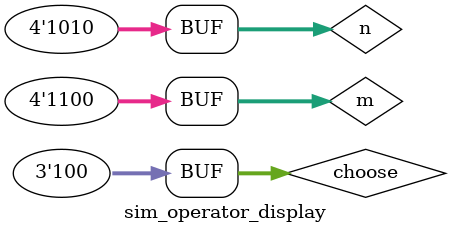
<source format=v>
`timescale 1ns / 1ps


module sim_operator_display( );
reg [3:0] m,n;
reg [2:0]choose;
wire [7:0]a_to_g_left;
wire [3:0]leftseg;
wire [4:0]switch_led_right;
operator_display u_operator_display(.m(m),.n(n),.choose(choose),
.a_to_g_left(a_to_g_left),.leftseg(leftseg),.switch_led_right(switch_led_right));
initial begin
m=4'b1100;
n=4'b1010;
choose=0;
end
always
begin
choose=0;#100;
choose=1;#100;
choose=2;#100;
choose=3;#100;
choose=4;#100;
end
endmodule

</source>
